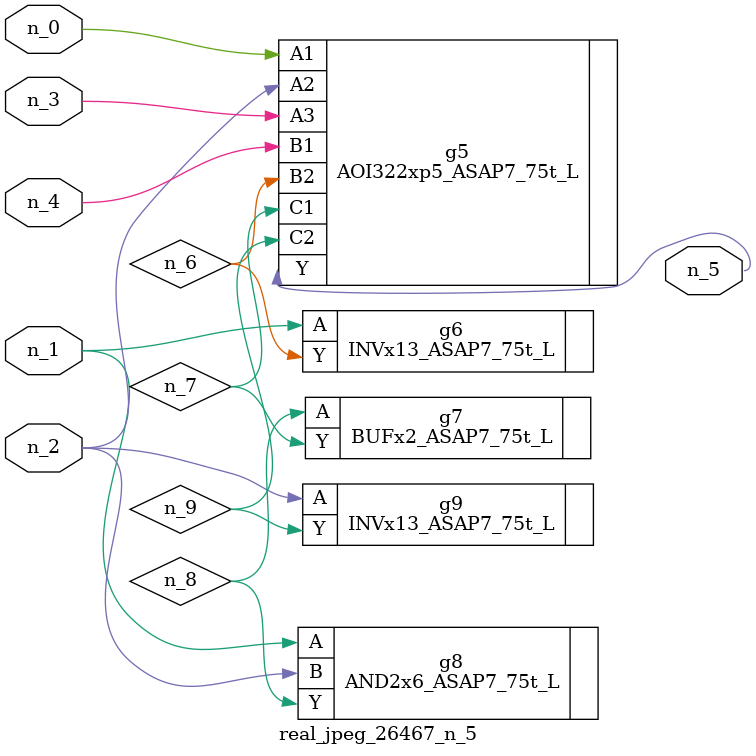
<source format=v>
module real_jpeg_26467_n_5 (n_4, n_0, n_1, n_2, n_3, n_5);

input n_4;
input n_0;
input n_1;
input n_2;
input n_3;

output n_5;

wire n_8;
wire n_6;
wire n_7;
wire n_9;

AOI322xp5_ASAP7_75t_L g5 ( 
.A1(n_0),
.A2(n_2),
.A3(n_3),
.B1(n_4),
.B2(n_6),
.C1(n_7),
.C2(n_9),
.Y(n_5)
);

INVx13_ASAP7_75t_L g6 ( 
.A(n_1),
.Y(n_6)
);

AND2x6_ASAP7_75t_L g8 ( 
.A(n_1),
.B(n_2),
.Y(n_8)
);

INVx13_ASAP7_75t_L g9 ( 
.A(n_2),
.Y(n_9)
);

BUFx2_ASAP7_75t_L g7 ( 
.A(n_8),
.Y(n_7)
);


endmodule
</source>
